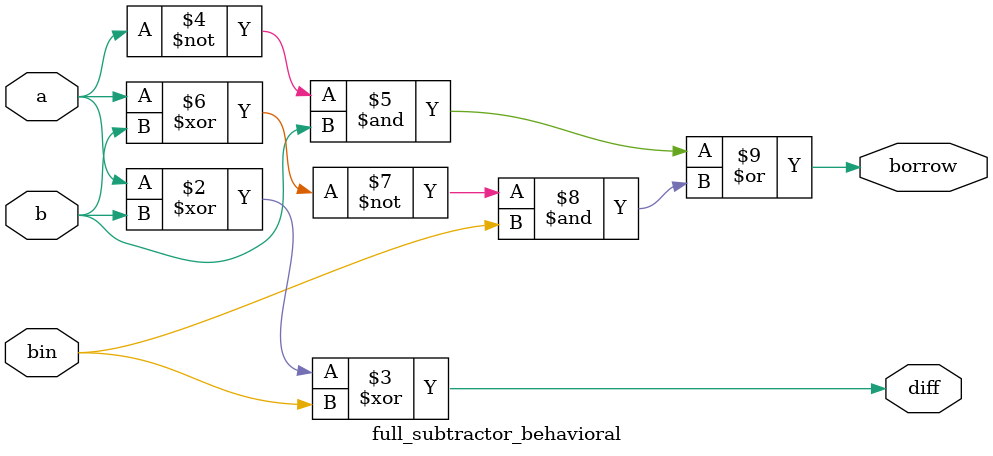
<source format=v>
module full_subtractor_gate(input a, b, bin, output diff, borrow);
    wire d1, b1, b2;

    xor(d1, a, b);
    xor(diff, d1, bin);

    and(b1, ~a, b);
    and(b2, ~d1, bin);
    or(borrow, b1, b2);
endmodule

//Dataflow Modeling
module full_subtractor_dataflow(input a, b, bin, output diff, borrow);
    assign diff   = a ^ b ^ bin;
    assign borrow = (~a & b) | (~(a ^ b) & bin);
endmodule

//behavioral Modeling
module full_subtractor_behavioral(input a, b, bin, output reg diff, borrow);
    always @ (a or b or bin) begin
        diff   = a ^ b ^ bin;
        borrow = (~a & b) | (~(a ^ b) & bin);
    end
endmodule

</source>
